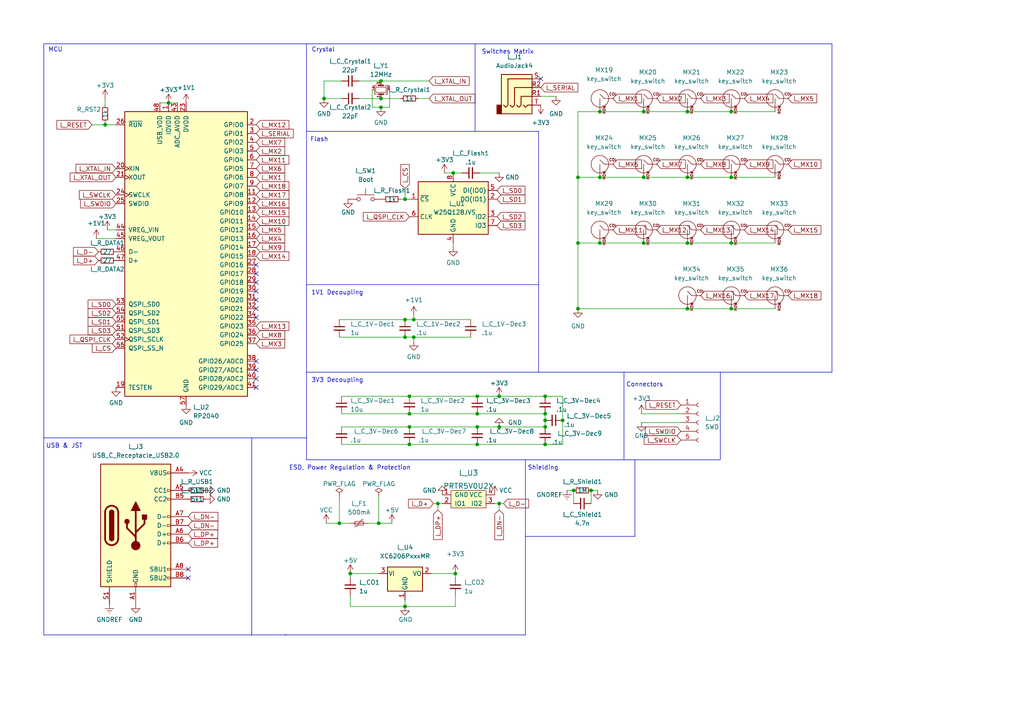
<source format=kicad_sch>
(kicad_sch (version 20230121) (generator eeschema)
  (paper "A4")
  (lib_symbols
    (symbol "+3V3_1" (power) (pin_names (offset 0))
      (property "Value" "+3V3_1" (at 0 3.556 0))
      (symbol "+3V3_1_1_1"
        (pin power_in line (at 0 0 90) (length 0) hide (name "+3V3") (number "1"))
      )
    )
    (symbol "Connector:AudioJack4"
      (property "Reference" "J" (at 0 8.89 0))
      (property "Value" "AudioJack4" (at 0 6.35 0))
      (symbol "AudioJack4_1_1"
        (pin passive line (at 5.08 -2.54 180) (length 2.54) (name "~") (number "R1"))
        (pin passive line (at 5.08 0 180) (length 2.54) (name "~") (number "R2"))
        (pin passive line (at 5.08 2.54 180) (length 2.54) (name "~") (number "S"))
        (pin passive line (at 5.08 -5.08 180) (length 2.54) (name "~") (number "T"))
      )
    )
    (symbol "Connector:Conn_01x05_Female" (pin_names (offset 1.016) hide)
      (property "Reference" "J" (at 0 7.62 0))
      (property "Value" "Conn_01x05_Female" (at 0 -7.62 0))
      (symbol "Conn_01x05_Female_1_1"
        (pin passive line (at -5.08 5.08 0) (length 3.81) (name "Pin_1") (number "1"))
        (pin passive line (at -5.08 2.54 0) (length 3.81) (name "Pin_2") (number "2"))
        (pin passive line (at -5.08 0 0) (length 3.81) (name "Pin_3") (number "3"))
        (pin passive line (at -5.08 -2.54 0) (length 3.81) (name "Pin_4") (number "4"))
        (pin passive line (at -5.08 -5.08 0) (length 3.81) (name "Pin_5") (number "5"))
      )
    )
    (symbol "Connector:USB_C_Receptacle_USB2.0" (pin_names (offset 1.016))
      (property "Reference" "L_J3" (at 0 22.86 0))
      (property "Value" "USB_C_Receptacle_USB2.0" (at 0 20.32 0))
      (symbol "USB_C_Receptacle_USB2.0_1_1"
        (pin passive line (at 0 -22.86 90) (length 5.08) (name "GND") (number "A1"))
        (pin passive line (at 15.24 15.24 180) (length 5.08) (name "VBUS") (number "A4"))
        (pin bidirectional line (at 15.24 10.16 180) (length 5.08) (name "CC1") (number "A5"))
        (pin bidirectional line (at 15.24 -2.54 180) (length 5.08) (name "D+") (number "A6"))
        (pin bidirectional line (at 15.24 2.54 180) (length 5.08) (name "D-") (number "A7"))
        (pin bidirectional line (at 15.24 -12.7 180) (length 5.08) (name "SBU1") (number "A8"))
        (pin passive line (at 0 -22.86 90) (length 5.08) hide (name "GND") (number "B1"))
        (pin passive line (at 15.24 15.24 180) (length 5.08) hide (name "VBUS") (number "B4"))
        (pin bidirectional line (at 15.24 7.62 180) (length 5.08) (name "CC2") (number "B5"))
        (pin bidirectional line (at 15.24 -5.08 180) (length 5.08) (name "D+") (number "B6"))
        (pin bidirectional line (at 15.24 0 180) (length 5.08) (name "D-") (number "B7"))
        (pin bidirectional line (at 15.24 -15.24 180) (length 5.08) (name "SBU2") (number "B8"))
        (pin passive line (at -7.62 -22.86 90) (length 5.08) (name "SHIELD") (number "S1"))
      )
    )
    (symbol "Device:C_Small" (pin_numbers hide) (pin_names (offset 0.254) hide)
      (property "Reference" "C" (at 0.254 1.778 0))
      (property "Value" "C_Small" (at 0.254 -2.032 0))
      (symbol "C_Small_1_1"
        (pin passive line (at 0 2.54 270) (length 2.032) (name "~") (number "1"))
        (pin passive line (at 0 -2.54 90) (length 2.032) (name "~") (number "2"))
      )
    )
    (symbol "Device:Crystal_GND24_Small" (pin_names (offset 1.016) hide)
      (property "Reference" "Y" (at 1.27 4.445 0))
      (property "Value" "Crystal_GND24_Small" (at 1.27 2.54 0))
      (symbol "Crystal_GND24_Small_1_1"
        (pin passive line (at -2.54 0 0) (length 1.27) (name "1") (number "1"))
        (pin passive line (at 0 -2.54 90) (length 0.635) (name "2") (number "2"))
        (pin passive line (at 2.54 0 180) (length 1.27) (name "3") (number "3"))
        (pin passive line (at 0 2.54 270) (length 0.635) (name "4") (number "4"))
      )
    )
    (symbol "Device:Polyfuse_Small" (pin_numbers hide) (pin_names (offset 0))
      (property "Reference" "F" (at -1.905 0 90))
      (property "Value" "Polyfuse_Small" (at 1.905 0 90))
      (symbol "Polyfuse_Small_1_1"
        (pin passive line (at 0 2.54 270) (length 0.635) (name "~") (number "1"))
        (pin passive line (at 0 -2.54 90) (length 0.635) (name "~") (number "2"))
      )
    )
    (symbol "Device:R_Small" (pin_numbers hide) (pin_names (offset 0.254) hide)
      (property "Reference" "R" (at 0.762 0.508 0))
      (property "Value" "R_Small" (at 0.762 -1.016 0))
      (symbol "R_Small_1_1"
        (pin passive line (at 0 2.54 270) (length 0.762) (name "~") (number "1"))
        (pin passive line (at 0 -2.54 90) (length 0.762) (name "~") (number "2"))
      )
    )
    (symbol "Memory_Flash:W25Q128JVS"
      (property "Reference" "U" (at -8.89 8.89 0))
      (property "Value" "W25Q128JVS" (at 7.62 8.89 0))
      (symbol "W25Q128JVS_1_1"
        (pin input line (at -12.7 2.54 0) (length 2.54) (name "~{CS}") (number "1"))
        (pin bidirectional line (at 12.7 2.54 180) (length 2.54) (name "DO(IO1)") (number "2"))
        (pin bidirectional line (at 12.7 -2.54 180) (length 2.54) (name "IO2") (number "3"))
        (pin power_in line (at 0 -10.16 90) (length 2.54) (name "GND") (number "4"))
        (pin bidirectional line (at 12.7 5.08 180) (length 2.54) (name "DI(IO0)") (number "5"))
        (pin input line (at -12.7 -2.54 0) (length 2.54) (name "CLK") (number "6"))
        (pin bidirectional line (at 12.7 -5.08 180) (length 2.54) (name "IO3") (number "7"))
        (pin power_in line (at 0 10.16 270) (length 2.54) (name "VCC") (number "8"))
      )
    )
    (symbol "Regulator_Linear:XC6206PxxxMR" (pin_names (offset 0.254))
      (property "Reference" "U" (at -3.81 3.175 0))
      (property "Value" "XC6206PxxxMR" (at 0 3.175 0))
      (symbol "XC6206PxxxMR_1_1"
        (pin power_in line (at 0 -7.62 90) (length 2.54) (name "GND") (number "1"))
        (pin power_out line (at 7.62 0 180) (length 2.54) (name "VO") (number "2"))
        (pin power_in line (at -7.62 0 0) (length 2.54) (name "VI") (number "3"))
      )
    )
    (symbol "Switch:SW_Push" (pin_numbers hide) (pin_names (offset 1.016) hide)
      (property "Reference" "SW" (at 1.27 2.54 0))
      (property "Value" "SW_Push" (at 0 -1.524 0))
      (symbol "SW_Push_0_1"
        (pin passive line (at -5.08 0 0) (length 2.54) (name "1") (number "1"))
        (pin passive line (at 5.08 0 180) (length 2.54) (name "2") (number "2"))
      )
    )
    (symbol "cipulot_parts:PRTR5V0U2X" (pin_names (offset 1.016))
      (property "Reference" "U" (at 0 3.81 0))
      (property "Value" "PRTR5V0U2X" (at 0 -3.81 0))
      (symbol "PRTR5V0U2X_1_1"
        (pin input line (at -7.62 1.27 0) (length 2.54) (name "GND") (number "1"))
        (pin input line (at -7.62 -1.27 0) (length 2.54) (name "IO1") (number "2"))
        (pin input line (at 7.62 -1.27 180) (length 2.54) (name "IO2") (number "3"))
        (pin input line (at 7.62 1.27 180) (length 2.54) (name "VCC") (number "4"))
      )
    )
    (symbol "lckprt:RP2040" (pin_names (offset 1.016))
      (property "Reference" "U?_L" (at -1.27 1.27 0))
      (property "Value" "RP2040" (at -3.81 -1.27 0))
      (symbol "RP2040_1_1"
        (pin power_in line (at -5.08 49.53 270) (length 2.54) (name "IOVDD") (number "1"))
        (pin power_in line (at -5.08 49.53 270) (length 2.54) hide (name "IOVDD") (number "10"))
        (pin input line (at 20.32 22.86 180) (length 2.54) (name "GPIO8") (number "11"))
        (pin input line (at 20.32 20.32 180) (length 2.54) (name "GPIO9") (number "12"))
        (pin input line (at 20.32 17.78 180) (length 2.54) (name "GPIO10") (number "13"))
        (pin input line (at 20.32 15.24 180) (length 2.54) (name "GPIO11") (number "14"))
        (pin input line (at 20.32 12.7 180) (length 2.54) (name "GPIO12") (number "15"))
        (pin input line (at 20.32 10.16 180) (length 2.54) (name "GPIO13") (number "16"))
        (pin input line (at 20.32 7.62 180) (length 2.54) (name "GPIO14") (number "17"))
        (pin input line (at 20.32 5.08 180) (length 2.54) (name "GPIO15") (number "18"))
        (pin input line (at -20.32 -33.02 0) (length 2.54) (name "TESTEN") (number "19"))
        (pin input line (at 20.32 43.18 180) (length 2.54) (name "GPIO0") (number "2"))
        (pin input clock (at -20.32 30.48 0) (length 2.54) (name "XIN") (number "20"))
        (pin input clock (at -20.32 27.94 0) (length 2.54) (name "XOUT") (number "21"))
        (pin power_in line (at -5.08 49.53 270) (length 2.54) hide (name "IOVDD") (number "22"))
        (pin power_in line (at 0 49.53 270) (length 2.54) (name "DVDD") (number "23"))
        (pin input clock (at -20.32 22.86 0) (length 2.54) (name "SWCLK") (number "24"))
        (pin bidirectional line (at -20.32 20.32 0) (length 2.54) (name "SWDIO") (number "25"))
        (pin input line (at -20.32 43.18 0) (length 2.54) (name "~{RUN}") (number "26"))
        (pin input line (at 20.32 2.54 180) (length 2.54) (name "GPIO16") (number "27"))
        (pin input line (at 20.32 0 180) (length 2.54) (name "GPIO17") (number "28"))
        (pin input line (at 20.32 -2.54 180) (length 2.54) (name "GPIO18") (number "29"))
        (pin input line (at 20.32 40.64 180) (length 2.54) (name "GPIO1") (number "3"))
        (pin input line (at 20.32 -5.08 180) (length 2.54) (name "GPIO19") (number "30"))
        (pin input line (at 20.32 -7.62 180) (length 2.54) (name "GPIO20") (number "31"))
        (pin input line (at 20.32 -10.16 180) (length 2.54) (name "GPIO21") (number "32"))
        (pin power_in line (at -5.08 49.53 270) (length 2.54) hide (name "IOVDD") (number "33"))
        (pin input line (at 20.32 -12.7 180) (length 2.54) (name "GPIO22") (number "34"))
        (pin input line (at 20.32 -15.24 180) (length 2.54) (name "GPIO23") (number "35"))
        (pin input line (at 20.32 -17.78 180) (length 2.54) (name "GPIO24") (number "36"))
        (pin input line (at 20.32 -20.32 180) (length 2.54) (name "GPIO25") (number "37"))
        (pin input line (at 20.32 -25.4 180) (length 2.54) (name "GPIO26/ADC0") (number "38"))
        (pin input line (at 20.32 -27.94 180) (length 2.54) (name "GPIO27/ADC1") (number "39"))
        (pin input line (at 20.32 38.1 180) (length 2.54) (name "GPIO2") (number "4"))
        (pin input line (at 20.32 -30.48 180) (length 2.54) (name "GPIO28/ADC2") (number "40"))
        (pin input line (at 20.32 -33.02 180) (length 2.54) (name "GPIO29/ADC3") (number "41"))
        (pin power_in line (at -5.08 49.53 270) (length 2.54) hide (name "IOVDD") (number "42"))
        (pin power_in line (at -2.54 49.53 270) (length 2.54) (name "ADC_AVDD") (number "43"))
        (pin power_in line (at -20.32 12.7 0) (length 2.54) (name "VREG_VIN") (number "44"))
        (pin power_out line (at -20.32 10.16 0) (length 2.54) (name "VREG_VOUT") (number "45"))
        (pin bidirectional line (at -20.32 6.35 0) (length 2.54) (name "D-") (number "46"))
        (pin bidirectional line (at -20.32 3.81 0) (length 2.54) (name "D+") (number "47"))
        (pin power_in line (at -7.62 49.53 270) (length 2.54) (name "USB_VDD") (number "48"))
        (pin power_in line (at -5.08 49.53 270) (length 2.54) hide (name "IOVDD") (number "49"))
        (pin input line (at 20.32 35.56 180) (length 2.54) (name "GPIO3") (number "5"))
        (pin power_in line (at 0 49.53 270) (length 2.54) hide (name "DVDD") (number "50"))
        (pin bidirectional line (at -20.32 -16.51 0) (length 2.54) (name "QSPI_SD3") (number "51"))
        (pin input clock (at -20.32 -19.05 0) (length 2.54) (name "QSPI_SCLK") (number "52"))
        (pin bidirectional line (at -20.32 -8.89 0) (length 2.54) (name "QSPI_SD0") (number "53"))
        (pin bidirectional line (at -20.32 -11.43 0) (length 2.54) (name "QSPI_SD2") (number "54"))
        (pin bidirectional line (at -20.32 -13.97 0) (length 2.54) (name "QSPI_SD1") (number "55"))
        (pin bidirectional line (at -20.32 -21.59 0) (length 2.54) (name "QSPI_SS_N") (number "56"))
        (pin power_in line (at 0 -38.1 90) (length 2.54) (name "GND") (number "57"))
        (pin input line (at 20.32 33.02 180) (length 2.54) (name "GPIO4") (number "6"))
        (pin input line (at 20.32 30.48 180) (length 2.54) (name "GPIO5") (number "7"))
        (pin input line (at 20.32 27.94 180) (length 2.54) (name "GPIO6") (number "8"))
        (pin input line (at 20.32 25.4 180) (length 2.54) (name "GPIO7") (number "9"))
      )
    )
    (symbol "lckprt:key_switch"
      (property "Reference" "MX" (at 0 3.81 0))
      (property "Value" "key_switch" (at -5.08 -2.54 0))
      (symbol "key_switch_0_0"
        (text "COL" (at 3.81 1.27 0) (effects (font (size 0.762 0.762))))
        (text "ROW" (at 1.27 -1.905 900) (effects (font (size 0.762 0.762)) (justify right)))
      )
      (symbol "key_switch_1_1"
        (pin passive line (at 3.81 0 180) (length 2.54) (name "Passive") (number "1"))
        (pin passive line (at 0 -3.81 90) (length 2.54) (name "ROW") (number "2"))
      )
    )
    (symbol "power:+1V1" (power) (pin_names (offset 0))
      (property "Value" "+1V1" (at 0 3.556 0))
      (symbol "+1V1_1_1"
        (pin power_in line (at 0 0 90) (length 0) hide (name "+1V1") (number "1"))
      )
    )
    (symbol "power:+3V3" (power) (pin_names (offset 0))
      (property "Value" "+3V3" (at 0 3.556 0))
      (symbol "+3V3_1_1"
        (pin power_in line (at 0 0 90) (length 0) hide (name "+3V3") (number "1"))
      )
    )
    (symbol "power:+5V" (power) (pin_names (offset 0))
      (property "Value" "+5V" (at 0 3.556 0))
      (symbol "+5V_1_1"
        (pin power_in line (at 0 0 90) (length 0) hide (name "+5V") (number "1"))
      )
    )
    (symbol "power:GND" (power) (pin_names (offset 0))
      (property "Value" "GND" (at 0 -3.81 0))
      (symbol "GND_1_1"
        (pin power_in line (at 0 0 270) (length 0) hide (name "GND") (number "1"))
      )
    )
    (symbol "power:GNDREF" (power) (pin_names (offset 0))
      (property "Value" "GNDREF" (at 0 -3.81 0))
      (symbol "GNDREF_1_1"
        (pin power_in line (at 0 0 270) (length 0) hide (name "GNDREF") (number "1"))
      )
    )
    (symbol "power:PWR_FLAG" (power) (pin_numbers hide) (pin_names (offset 0) hide)
      (property "Value" "PWR_FLAG" (at 0 3.81 0))
      (symbol "PWR_FLAG_0_0"
        (pin power_out line (at 0 0 90) (length 0) (name "pwr") (number "1"))
      )
    )
    (symbol "power:VCC" (power) (pin_names (offset 0))
      (property "Value" "VCC" (at 0 3.81 0))
      (symbol "VCC_1_1"
        (pin power_in line (at 0 0 90) (length 0) hide (name "VCC") (number "1"))
      )
    )
  )
  (junction (at 212.09 51.435))
  (junction (at 118.745 128.905))
  (junction (at 131.445 50.165))
  (junction (at 186.69 51.435))
  (junction (at 101.6 166.37))
  (junction (at 186.69 70.485))
  (junction (at 109.855 151.765))
  (junction (at 158.115 123.825))
  (junction (at 110.49 28.575))
  (junction (at 118.745 120.015))
  (junction (at 163.195 121.92))
  (junction (at 173.99 70.485))
  (junction (at 212.09 89.535))
  (junction (at 138.43 123.825))
  (junction (at 132.08 166.37))
  (junction (at 120.015 92.71))
  (junction (at 167.64 51.435))
  (junction (at 138.43 114.935))
  (junction (at 30.48 36.195))
  (junction (at 144.78 123.825))
  (junction (at 118.745 123.825))
  (junction (at 171.45 142.24))
  (junction (at 199.39 51.435))
  (junction (at 199.39 32.385))
  (junction (at 166.37 142.24))
  (junction (at 117.475 175.895))
  (junction (at 167.64 70.485))
  (junction (at 158.115 114.935))
  (junction (at 212.09 32.385))
  (junction (at 110.49 23.495))
  (junction (at 173.99 32.385))
  (junction (at 117.475 57.785))
  (junction (at 199.39 89.535))
  (junction (at 110.49 31.115))
  (junction (at 98.425 151.765))
  (junction (at 186.69 32.385))
  (junction (at 127 146.05))
  (junction (at 173.99 51.435))
  (junction (at 212.09 70.485))
  (junction (at 118.745 114.935))
  (junction (at 158.115 121.92))
  (junction (at 144.78 114.935))
  (junction (at 120.015 97.79))
  (junction (at 93.98 28.575))
  (junction (at 167.64 89.535))
  (junction (at 158.115 120.015))
  (junction (at 117.475 92.71))
  (junction (at 199.39 70.485))
  (junction (at 144.78 146.05))
  (junction (at 48.895 29.845))
  (junction (at 158.115 128.905))
  (junction (at 138.43 128.905))
  (junction (at 138.43 120.015))
  (junction (at 117.475 97.79))
  (no_connect (at 74.295 86.995))
  (no_connect (at 156.845 22.86))
  (no_connect (at 74.295 109.855))
  (no_connect (at 74.295 92.075))
  (no_connect (at 54.61 165.1))
  (no_connect (at 74.295 104.775))
  (no_connect (at 74.295 81.915))
  (no_connect (at 74.295 84.455))
  (no_connect (at 74.295 112.395))
  (no_connect (at 74.295 76.835))
  (no_connect (at 74.295 79.375))
  (no_connect (at 54.61 167.64))
  (no_connect (at 74.295 89.535))
  (no_connect (at 74.295 107.315))
  (wire (pts (xy 173.99 51.435) (xy 167.64 51.435)))
  (wire (pts (xy 121.285 28.575) (xy 124.46 28.575)))
  (wire (pts (xy 199.39 70.485) (xy 212.09 70.485)))
  (wire (pts (xy 101.6 166.37) (xy 101.6 167.64)))
  (wire (pts (xy 110.49 28.575) (xy 116.205 28.575)))
  (wire (pts (xy 31.115 66.675) (xy 33.655 66.675)))
  (wire (pts (xy 109.855 144.145) (xy 109.855 151.765)))
  (polyline (pts (xy 88.9 133.35) (xy 88.9 127)))
  (wire (pts (xy 99.06 114.935) (xy 118.745 114.935)))
  (wire (pts (xy 131.445 70.485) (xy 131.445 71.755)))
  (polyline (pts (xy 208.915 107.95) (xy 241.3 107.95)))
  (wire (pts (xy 167.64 89.535) (xy 199.39 89.535)))
  (wire (pts (xy 167.64 89.535) (xy 167.64 70.485)))
  (polyline (pts (xy 12.7 127) (xy 12.7 183.515)))
  (wire (pts (xy 173.99 32.385) (xy 167.64 32.385)))
  (wire (pts (xy 30.48 35.56) (xy 30.48 36.195)))
  (wire (pts (xy 93.98 23.495) (xy 99.06 23.495)))
  (wire (pts (xy 139.065 50.165) (xy 144.78 50.165)))
  (polyline (pts (xy 152.4 133.35) (xy 152.4 184.15)))
  (wire (pts (xy 117.475 54.61) (xy 117.475 57.785)))
  (polyline (pts (xy 180.975 133.35) (xy 88.9 133.35)))
  (wire (pts (xy 186.69 70.485) (xy 199.39 70.485)))
  (wire (pts (xy 163.195 114.935) (xy 163.195 121.92)))
  (polyline (pts (xy 88.9 12.7) (xy 88.9 127)))
  (wire (pts (xy 118.745 114.935) (xy 138.43 114.935)))
  (polyline (pts (xy 208.915 133.35) (xy 208.915 107.95)))
  (polyline (pts (xy 180.975 107.95) (xy 208.915 107.95)))
  (wire (pts (xy 101.6 175.895) (xy 117.475 175.895)))
  (wire (pts (xy 186.69 51.435) (xy 173.99 51.435)))
  (wire (pts (xy 98.425 97.79) (xy 117.475 97.79)))
  (wire (pts (xy 212.09 70.485) (xy 224.79 70.485)))
  (wire (pts (xy 199.39 32.385) (xy 186.69 32.385)))
  (wire (pts (xy 167.64 70.485) (xy 173.99 70.485)))
  (wire (pts (xy 117.475 97.79) (xy 120.015 97.79)))
  (wire (pts (xy 144.78 114.935) (xy 158.115 114.935)))
  (wire (pts (xy 117.475 173.99) (xy 117.475 175.895)))
  (wire (pts (xy 27.94 69.215) (xy 33.655 69.215)))
  (wire (pts (xy 118.745 128.905) (xy 138.43 128.905)))
  (wire (pts (xy 224.79 32.385) (xy 212.09 32.385)))
  (wire (pts (xy 101.6 172.72) (xy 101.6 175.895)))
  (wire (pts (xy 26.67 36.195) (xy 30.48 36.195)))
  (wire (pts (xy 132.08 175.895) (xy 132.08 172.72)))
  (wire (pts (xy 132.08 166.37) (xy 132.08 167.64)))
  (wire (pts (xy 118.745 120.015) (xy 138.43 120.015)))
  (wire (pts (xy 120.015 92.71) (xy 136.525 92.71)))
  (wire (pts (xy 118.745 123.825) (xy 99.06 123.825)))
  (wire (pts (xy 104.14 23.495) (xy 110.49 23.495)))
  (wire (pts (xy 117.475 92.71) (xy 120.015 92.71)))
  (wire (pts (xy 104.14 28.575) (xy 110.49 28.575)))
  (wire (pts (xy 46.355 29.845) (xy 48.895 29.845)))
  (polyline (pts (xy 137.795 38.1) (xy 156.21 38.1)))
  (wire (pts (xy 143.51 146.05) (xy 144.78 146.05)))
  (wire (pts (xy 117.475 175.895) (xy 132.08 175.895)))
  (wire (pts (xy 131.445 50.165) (xy 133.985 50.165)))
  (wire (pts (xy 120.015 97.79) (xy 136.525 97.79)))
  (wire (pts (xy 99.06 120.015) (xy 118.745 120.015)))
  (wire (pts (xy 106.68 151.765) (xy 109.855 151.765)))
  (wire (pts (xy 110.49 23.495) (xy 124.46 23.495)))
  (wire (pts (xy 158.115 128.905) (xy 163.195 128.905)))
  (wire (pts (xy 144.78 123.825) (xy 138.43 123.825)))
  (wire (pts (xy 113.03 26.035) (xy 113.03 31.115)))
  (wire (pts (xy 199.39 51.435) (xy 186.69 51.435)))
  (wire (pts (xy 117.475 57.785) (xy 116.205 57.785)))
  (wire (pts (xy 107.95 26.035) (xy 107.95 31.115)))
  (polyline (pts (xy 73.025 127) (xy 73.025 184.15)))
  (wire (pts (xy 138.43 120.015) (xy 158.115 120.015)))
  (wire (pts (xy 212.09 32.385) (xy 199.39 32.385)))
  (wire (pts (xy 158.115 123.825) (xy 144.78 123.825)))
  (wire (pts (xy 30.48 28.575) (xy 30.48 30.48)))
  (wire (pts (xy 98.425 151.765) (xy 101.6 151.765)))
  (wire (pts (xy 212.09 89.535) (xy 199.39 89.535)))
  (wire (pts (xy 186.69 32.385) (xy 173.99 32.385)))
  (wire (pts (xy 30.48 36.195) (xy 33.655 36.195)))
  (wire (pts (xy 186.055 120.015) (xy 197.485 120.015)))
  (wire (pts (xy 113.03 31.115) (xy 110.49 31.115)))
  (wire (pts (xy 120.015 91.44) (xy 120.015 92.71)))
  (wire (pts (xy 128.905 50.165) (xy 131.445 50.165)))
  (polyline (pts (xy 180.975 133.35) (xy 208.915 133.35)))
  (polyline (pts (xy 88.9 12.7) (xy 137.795 12.7)))
  (polyline (pts (xy 152.4 184.15) (xy 82.55 184.15)))
  (wire (pts (xy 171.45 142.24) (xy 173.355 142.24)))
  (polyline (pts (xy 12.7 12.7) (xy 12.7 127)))
  (wire (pts (xy 98.425 144.145) (xy 98.425 151.765)))
  (polyline (pts (xy 137.795 12.7) (xy 137.795 38.1)))
  (wire (pts (xy 158.115 120.015) (xy 158.115 121.92)))
  (polyline (pts (xy 12.7 12.7) (xy 88.9 12.7)))
  (wire (pts (xy 186.055 122.555) (xy 197.485 122.555)))
  (wire (pts (xy 127 146.05) (xy 127 147.955)))
  (wire (pts (xy 109.855 151.765) (xy 113.665 151.765)))
  (wire (pts (xy 158.115 121.92) (xy 158.115 123.825)))
  (wire (pts (xy 212.09 51.435) (xy 199.39 51.435)))
  (wire (pts (xy 144.78 146.05) (xy 144.78 147.955)))
  (wire (pts (xy 120.015 97.79) (xy 120.015 99.06)))
  (wire (pts (xy 118.745 128.905) (xy 99.06 128.905)))
  (polyline (pts (xy 184.15 155.575) (xy 152.4 155.575)))
  (wire (pts (xy 163.195 121.92) (xy 163.195 128.905)))
  (wire (pts (xy 224.79 89.535) (xy 212.09 89.535)))
  (wire (pts (xy 144.78 146.05) (xy 146.05 146.05)))
  (wire (pts (xy 171.45 142.24) (xy 171.45 146.05)))
  (wire (pts (xy 93.98 28.575) (xy 93.98 23.495)))
  (wire (pts (xy 127 146.05) (xy 128.27 146.05)))
  (wire (pts (xy 94.615 151.765) (xy 98.425 151.765)))
  (polyline (pts (xy 180.975 107.95) (xy 180.975 133.35)))
  (wire (pts (xy 138.43 128.905) (xy 158.115 128.905)))
  (wire (pts (xy 125.73 146.05) (xy 127 146.05)))
  (wire (pts (xy 98.425 92.71) (xy 117.475 92.71)))
  (polyline (pts (xy 180.975 133.35) (xy 184.15 133.35)))
  (polyline (pts (xy 12.7 184.15) (xy 12.7 183.515)))
  (polyline (pts (xy 241.3 12.7) (xy 137.795 12.7)))
  (wire (pts (xy 224.79 51.435) (xy 212.09 51.435)))
  (polyline (pts (xy 156.21 38.1) (xy 156.21 82.55)))
  (polyline (pts (xy 156.21 82.55) (xy 88.9 82.55)))
  (wire (pts (xy 125.095 166.37) (xy 132.08 166.37)))
  (wire (pts (xy 167.64 51.435) (xy 167.64 70.485)))
  (polyline (pts (xy 83.185 184.15) (xy 12.7 184.15)))
  (wire (pts (xy 166.37 142.24) (xy 166.37 146.05)))
  (polyline (pts (xy 184.15 133.35) (xy 184.15 155.575)))
  (wire (pts (xy 48.895 29.845) (xy 51.435 29.845)))
  (polyline (pts (xy 241.3 107.95) (xy 241.3 12.7)))
  (wire (pts (xy 101.6 166.37) (xy 109.855 166.37)))
  (wire (pts (xy 156.845 27.94) (xy 161.29 27.94)))
  (wire (pts (xy 118.745 123.825) (xy 138.43 123.825)))
  (wire (pts (xy 158.115 114.935) (xy 163.195 114.935)))
  (polyline (pts (xy 137.795 38.1) (xy 88.9 38.1)))
  (wire (pts (xy 117.475 57.785) (xy 118.745 57.785)))
  (polyline (pts (xy 156.21 82.55) (xy 156.21 107.95)))
  (polyline (pts (xy 88.9 127) (xy 12.7 127)))
  (wire (pts (xy 107.95 31.115) (xy 110.49 31.115)))
  (wire (pts (xy 138.43 114.935) (xy 144.78 114.935)))
  (wire (pts (xy 93.98 28.575) (xy 99.06 28.575)))
  (wire (pts (xy 167.64 32.385) (xy 167.64 51.435)))
  (polyline (pts (xy 88.9 107.95) (xy 180.975 107.95)))
  (wire (pts (xy 164.465 142.24) (xy 166.37 142.24)))
  (wire (pts (xy 173.99 70.485) (xy 186.69 70.485)))
  (text "Connectors\n" (at 181.61 112.395 0) (effects (font (size 1.27 1.27)) (justify left bottom)))
  (text "USB & JST\n" (at 13.335 130.175 0) (effects (font (size 1.27 1.27)) (justify left bottom)))
  (text "Crystal\n" (at 97.155 15.24 0) (effects (font (size 1.27 1.27)) (justify right bottom)))
  (text "MCU\n" (at 13.97 15.24 0) (effects (font (size 1.27 1.27)) (justify left bottom)))
  (text "1V1 Decoupling" (at 105.41 85.725 0) (effects (font (size 1.27 1.27)) (justify right bottom)))
  (text "Flash\n" (at 95.25 41.275 0) (effects (font (size 1.27 1.27)) (justify right bottom)))
  (text "ESD, Power Regulation & Protection" (at 83.82 136.525 0) (effects (font (size 1.27 1.27)) (justify left bottom)))
  (text "Shielding\n" (at 153.035 136.525 0) (effects (font (size 1.27 1.27)) (justify left bottom)))
  (text "Switches Matrix\n" (at 139.7 15.875 0) (effects (font (size 1.27 1.27)) (justify left bottom)))
  (text "3V3 Decoupling" (at 105.41 111.125 0) (effects (font (size 1.27 1.27)) (justify right bottom)))
  (global_label "L_XTAL_IN" (shape input) (at 33.655 48.895 180) (property "Intersheetrefs" "${INTERSHEET_REFS}" (effects hide)))
  (global_label "L_DN-" (shape input) (at 144.78 147.955 270) (property "Intersheetrefs" "${INTERSHEET_REFS}" (effects hide)))
  (global_label "L_SD0" (shape input) (at 33.655 88.265 180) (property "Intersheetrefs" "${INTERSHEET_REFS}" (effects hide)))
  (global_label "L_SWDIO" (shape input) (at 197.485 125.095 180) (property "Intersheetrefs" "${INTERSHEET_REFS}" (effects hide)))
  (global_label "L_MX9" (shape input) (at 74.295 71.755 0) (property "Intersheetrefs" "${INTERSHEET_REFS}" (effects hide)))
  (global_label "L_MX16" (shape input) (at 74.295 59.055 0) (property "Intersheetrefs" "${INTERSHEET_REFS}" (effects hide)))
  (global_label "L_MX9" (shape input) (at 215.9 47.625 0) (property "Intersheetrefs" "${INTERSHEET_REFS}" (effects hide)))
  (global_label "L_MX4" (shape input) (at 215.9 28.575 0) (property "Intersheetrefs" "${INTERSHEET_REFS}" (effects hide)))
  (global_label "L_SD1" (shape input) (at 144.145 57.785 0) (property "Intersheetrefs" "${INTERSHEET_REFS}" (effects hide)))
  (global_label "L_D-" (shape input) (at 146.05 146.05 0) (property "Intersheetrefs" "${INTERSHEET_REFS}" (effects hide)))
  (global_label "L_SD3" (shape input) (at 144.145 65.405 0) (property "Intersheetrefs" "${INTERSHEET_REFS}" (effects hide)))
  (global_label "L_MX6" (shape input) (at 177.8 47.625 0) (property "Intersheetrefs" "${INTERSHEET_REFS}" (effects hide)))
  (global_label "L_MX3" (shape input) (at 203.2 28.575 0) (property "Intersheetrefs" "${INTERSHEET_REFS}" (effects hide)))
  (global_label "L_MX17" (shape input) (at 74.295 56.515 0) (property "Intersheetrefs" "${INTERSHEET_REFS}" (effects hide)))
  (global_label "L_MX14" (shape input) (at 74.295 74.295 0) (property "Intersheetrefs" "${INTERSHEET_REFS}" (effects hide)))
  (global_label "L_RESET" (shape input) (at 197.485 117.475 180) (property "Intersheetrefs" "${INTERSHEET_REFS}" (effects hide)))
  (global_label "L_MX3" (shape input) (at 74.295 99.695 0) (property "Intersheetrefs" "${INTERSHEET_REFS}" (effects hide)))
  (global_label "L_MX18" (shape input) (at 74.295 53.975 0) (property "Intersheetrefs" "${INTERSHEET_REFS}" (effects hide)))
  (global_label "L_MX7" (shape input) (at 190.5 47.625 0) (property "Intersheetrefs" "${INTERSHEET_REFS}" (effects hide)))
  (global_label "L_MX11" (shape input) (at 177.8 66.675 0) (property "Intersheetrefs" "${INTERSHEET_REFS}" (effects hide)))
  (global_label "L_QSPI_CLK" (shape input) (at 118.745 62.865 180) (property "Intersheetrefs" "${INTERSHEET_REFS}" (effects hide)))
  (global_label "L_SD1" (shape input) (at 33.655 93.345 180) (property "Intersheetrefs" "${INTERSHEET_REFS}" (effects hide)))
  (global_label "L_RESET" (shape input) (at 26.67 36.195 180) (property "Intersheetrefs" "${INTERSHEET_REFS}" (effects hide)))
  (global_label "L_MX7" (shape input) (at 74.295 41.275 0) (property "Intersheetrefs" "${INTERSHEET_REFS}" (effects hide)))
  (global_label "L_XTAL_OUT" (shape input) (at 33.655 51.435 180) (property "Intersheetrefs" "${INTERSHEET_REFS}" (effects hide)))
  (global_label "L_MX17" (shape input) (at 215.9 85.725 0) (property "Intersheetrefs" "${INTERSHEET_REFS}" (effects hide)))
  (global_label "L_MX16" (shape input) (at 203.2 85.725 0) (property "Intersheetrefs" "${INTERSHEET_REFS}" (effects hide)))
  (global_label "L_MX15" (shape input) (at 74.295 61.595 0) (property "Intersheetrefs" "${INTERSHEET_REFS}" (effects hide)))
  (global_label "L_SD0" (shape input) (at 144.145 55.245 0) (property "Intersheetrefs" "${INTERSHEET_REFS}" (effects hide)))
  (global_label "L_MX14" (shape input) (at 215.9 66.675 0) (property "Intersheetrefs" "${INTERSHEET_REFS}" (effects hide)))
  (global_label "L_MX1" (shape input) (at 74.295 51.435 0) (property "Intersheetrefs" "${INTERSHEET_REFS}" (effects hide)))
  (global_label "L_MX15" (shape input) (at 228.6 66.675 0) (property "Intersheetrefs" "${INTERSHEET_REFS}" (effects hide)))
  (global_label "L_SD2" (shape input) (at 144.145 62.865 0) (property "Intersheetrefs" "${INTERSHEET_REFS}" (effects hide)))
  (global_label "L_SWCLK" (shape input) (at 197.485 127.635 180) (property "Intersheetrefs" "${INTERSHEET_REFS}" (effects hide)))
  (global_label "L_SWDIO" (shape input) (at 33.655 59.055 180) (property "Intersheetrefs" "${INTERSHEET_REFS}" (effects hide)))
  (global_label "L_MX18" (shape input) (at 228.6 85.725 0) (property "Intersheetrefs" "${INTERSHEET_REFS}" (effects hide)))
  (global_label "L_XTAL_OUT" (shape input) (at 124.46 28.575 0) (property "Intersheetrefs" "${INTERSHEET_REFS}" (effects hide)))
  (global_label "L_DN-" (shape input) (at 54.61 149.86 0) (property "Intersheetrefs" "${INTERSHEET_REFS}" (effects hide)))
  (global_label "L_MX8" (shape input) (at 74.295 97.155 0) (property "Intersheetrefs" "${INTERSHEET_REFS}" (effects hide)))
  (global_label "L_CS" (shape input) (at 117.475 54.61 90) (property "Intersheetrefs" "${INTERSHEET_REFS}" (effects hide)))
  (global_label "L_MX8" (shape input) (at 203.2 47.625 0) (property "Intersheetrefs" "${INTERSHEET_REFS}" (effects hide)))
  (global_label "L_CS" (shape input) (at 33.655 100.965 180) (property "Intersheetrefs" "${INTERSHEET_REFS}" (effects hide)))
  (global_label "L_SWCLK" (shape input) (at 33.655 56.515 180) (property "Intersheetrefs" "${INTERSHEET_REFS}" (effects hide)))
  (global_label "L_MX13" (shape input) (at 74.295 94.615 0) (property "Intersheetrefs" "${INTERSHEET_REFS}" (effects hide)))
  (global_label "L_MX2" (shape input) (at 190.5 28.575 0) (property "Intersheetrefs" "${INTERSHEET_REFS}" (effects hide)))
  (global_label "L_MX10" (shape input) (at 74.295 64.135 0) (property "Intersheetrefs" "${INTERSHEET_REFS}" (effects hide)))
  (global_label "L_SERIAL" (shape input) (at 74.295 38.735 0) (property "Intersheetrefs" "${INTERSHEET_REFS}" (effects hide)))
  (global_label "L_D-" (shape input) (at 28.575 73.025 180) (property "Intersheetrefs" "${INTERSHEET_REFS}" (effects hide)))
  (global_label "L_MX12" (shape input) (at 190.5 66.675 0) (property "Intersheetrefs" "${INTERSHEET_REFS}" (effects hide)))
  (global_label "L_MX6" (shape input) (at 74.295 48.895 0) (property "Intersheetrefs" "${INTERSHEET_REFS}" (effects hide)))
  (global_label "L_SD3" (shape input) (at 33.655 95.885 180) (property "Intersheetrefs" "${INTERSHEET_REFS}" (effects hide)))
  (global_label "L_MX5" (shape input) (at 228.6 28.575 0) (property "Intersheetrefs" "${INTERSHEET_REFS}" (effects hide)))
  (global_label "L_MX12" (shape input) (at 74.295 36.195 0) (property "Intersheetrefs" "${INTERSHEET_REFS}" (effects hide)))
  (global_label "L_D+" (shape input) (at 125.73 146.05 180) (property "Intersheetrefs" "${INTERSHEET_REFS}" (effects hide)))
  (global_label "L_DN-" (shape input) (at 54.61 152.4 0) (property "Intersheetrefs" "${INTERSHEET_REFS}" (effects hide)))
  (global_label "L_DP+" (shape input) (at 127 147.955 270) (property "Intersheetrefs" "${INTERSHEET_REFS}" (effects hide)))
  (global_label "L_MX2" (shape input) (at 74.295 43.815 0) (property "Intersheetrefs" "${INTERSHEET_REFS}" (effects hide)))
  (global_label "L_MX1" (shape input) (at 177.8 28.575 0) (property "Intersheetrefs" "${INTERSHEET_REFS}" (effects hide)))
  (global_label "L_MX4" (shape input) (at 74.295 69.215 0) (property "Intersheetrefs" "${INTERSHEET_REFS}" (effects hide)))
  (global_label "L_DP+" (shape input) (at 54.61 157.48 0) (property "Intersheetrefs" "${INTERSHEET_REFS}" (effects hide)))
  (global_label "L_DP+" (shape input) (at 54.61 154.94 0) (property "Intersheetrefs" "${INTERSHEET_REFS}" (effects hide)))
  (global_label "L_D+" (shape input) (at 28.575 75.565 180) (property "Intersheetrefs" "${INTERSHEET_REFS}" (effects hide)))
  (global_label "L_SD2" (shape input) (at 33.655 90.805 180) (property "Intersheetrefs" "${INTERSHEET_REFS}" (effects hide)))
  (global_label "L_MX10" (shape input) (at 228.6 47.625 0) (property "Intersheetrefs" "${INTERSHEET_REFS}" (effects hide)))
  (global_label "L_SERIAL" (shape input) (at 156.845 25.4 0) (property "Intersheetrefs" "${INTERSHEET_REFS}" (effects hide)))
  (global_label "L_MX13" (shape input) (at 203.2 66.675 0) (property "Intersheetrefs" "${INTERSHEET_REFS}" (effects hide)))
  (global_label "L_MX5" (shape input) (at 74.295 66.675 0) (property "Intersheetrefs" "${INTERSHEET_REFS}" (effects hide)))
  (global_label "L_MX11" (shape input) (at 74.295 46.355 0) (property "Intersheetrefs" "${INTERSHEET_REFS}" (effects hide)))
  (global_label "L_XTAL_IN" (shape input) (at 124.46 23.495 0) (property "Intersheetrefs" "${INTERSHEET_REFS}" (effects hide)))
  (global_label "L_QSPI_CLK" (shape input) (at 33.655 98.425 180) (property "Intersheetrefs" "${INTERSHEET_REFS}" (effects hide)))
  (symbol (lib_id "Device:C_Small") (at 158.115 126.365 180) (unit 1)
    (property "Reference" "L_C_3V-Dec9" (at 174.625 125.73 0) (effects (justify left)))
    (property "Value" ".1u" (at 163.195 128.27 0) (effects (justify left)))
    (property "Footprint" "Capacitor_SMD:C_0402_1005Metric" (effects hide))
  )
  (symbol (lib_id "power:+3V3") (at 48.895 29.845 0) (unit 1)
    (property "Reference" "#PWR040" (effects hide))
    (property "Value" "+3V3" (at 48.895 26.035 0))
  )
  (symbol (lib_id "Device:R_Small") (at 118.745 28.575 90) (unit 1)
    (property "Reference" "L_R_Crystal1" (at 118.745 26.035 90))
    (property "Value" "1k" (at 118.745 28.575 90))
    (property "Footprint" "Resistor_SMD:R_0402_1005Metric" (effects hide))
  )
  (symbol (lib_id "power:GND") (at 59.69 142.24 90) (unit 1)
    (property "Reference" "#PWR060" (effects hide))
    (property "Value" "GND" (at 62.865 142.2399 90) (effects (justify right)))
  )
  (symbol (lib_id "lckprt:key_switch") (at 224.79 85.725 0) (unit 1)
    (property "Reference" "MX36" (at 225.9931 78.105 0))
    (property "Value" "key_switch" (at 225.9931 80.645 0))
    (property "Footprint" "parts:mx_1u" (effects hide))
  )
  (symbol (lib_id "power:VCC") (at 94.615 151.765 0) (unit 1)
    (property "Reference" "#PWR066" (effects hide))
    (property "Value" "VCC" (at 94.615 147.955 0))
  )
  (symbol (lib_id "power:GND") (at 93.98 28.575 0) (unit 1)
    (property "Reference" "#PWR039" (effects hide))
    (property "Value" "GND" (at 93.98 33.02 0))
  )
  (symbol (lib_id "lckprt:key_switch") (at 173.99 28.575 0) (unit 1)
    (property "Reference" "MX19" (at 175.1931 20.32 0))
    (property "Value" "key_switch" (at 175.1931 22.86 0))
    (property "Footprint" "parts:mx_1u" (effects hide))
  )
  (symbol (lib_id "Device:C_Small") (at 99.06 126.365 180) (unit 1)
    (property "Reference" "L_C_3V-Dec6" (at 115.57 125.095 0) (effects (justify left)))
    (property "Value" ".1u" (at 104.775 127.635 0) (effects (justify left)))
    (property "Footprint" "Capacitor_SMD:C_0402_1005Metric" (effects hide))
  )
  (symbol (lib_id "Switch:SW_Push") (at 106.045 57.785 0) (unit 1)
    (property "Reference" "L_SW1" (at 106.045 49.53 0))
    (property "Value" "Boot" (at 106.045 52.07 0))
    (property "Footprint" "Connector_PinHeader_2.54mm:PinHeader_1x02_P2.54mm_Vertical" (effects hide))
  )
  (symbol (lib_id "Device:C_Small") (at 118.745 126.365 180) (unit 1)
    (property "Reference" "L_C_3V-Dec7" (at 135.255 125.095 0) (effects (justify left)))
    (property "Value" ".1u" (at 124.46 127.635 0) (effects (justify left)))
    (property "Footprint" "Capacitor_SMD:C_0402_1005Metric" (effects hide))
  )
  (symbol (lib_id "lckprt:key_switch") (at 199.39 28.575 0) (unit 1)
    (property "Reference" "MX21" (at 200.5931 20.955 0))
    (property "Value" "key_switch" (at 200.5931 23.495 0))
    (property "Footprint" "parts:mx_1u" (effects hide))
  )
  (symbol (lib_id "power:GND") (at 117.475 175.895 0) (unit 1)
    (property "Reference" "#PWR072" (effects hide))
    (property "Value" "GND" (at 115.57 179.705 0) (effects (justify left)))
  )
  (symbol (lib_id "lckprt:key_switch") (at 199.39 66.675 0) (unit 1)
    (property "Reference" "MX31" (at 200.5931 59.055 0))
    (property "Value" "key_switch" (at 200.5931 61.595 0))
    (property "Footprint" "parts:mx_1u" (effects hide))
  )
  (symbol (lib_id "power:+3V3") (at 186.055 120.015 0) (unit 1)
    (property "Reference" "#PWR056" (effects hide))
    (property "Value" "+3V3" (at 186.055 115.57 0))
  )
  (symbol (lib_id "Device:C_Small") (at 101.6 23.495 90) (unit 1)
    (property "Reference" "L_C_Crystal1" (at 101.6 17.78 90))
    (property "Value" "22pF" (at 101.6 20.32 90))
    (property "Footprint" "Capacitor_SMD:C_0402_1005Metric" (effects hide))
  )
  (symbol (lib_id "power:+1V1") (at 120.015 91.44 0) (unit 1)
    (property "Reference" "#PWR051" (effects hide))
    (property "Value" "+1V1" (at 120.015 86.995 0))
  )
  (symbol (lib_id "power:+3V3") (at 31.115 66.675 0) (unit 1)
    (property "Reference" "#PWR047" (effects hide))
    (property "Value" "+3V3" (at 31.115 62.865 0))
  )
  (symbol (lib_id "Device:C_Small") (at 132.08 170.18 0) (unit 1)
    (property "Reference" "L_CO2" (at 134.62 168.9162 0) (effects (justify left)))
    (property "Value" "1u" (at 134.62 171.4562 0) (effects (justify left)))
    (property "Footprint" "Capacitor_SMD:C_0402_1005Metric" (effects hide))
  )
  (symbol (lib_id "Device:C_Small") (at 138.43 117.475 0) (unit 1)
    (property "Reference" "L_C_3V-Dec3" (at 140.97 116.2112 0) (effects (justify left)))
    (property "Value" ".1u" (at 140.97 118.7512 0) (effects (justify left)))
    (property "Footprint" "Capacitor_SMD:C_0402_1005Metric" (effects hide))
  )
  (symbol (lib_id "lckprt:key_switch") (at 173.99 47.625 0) (unit 1)
    (property "Reference" "MX24" (at 175.1931 40.005 0))
    (property "Value" "key_switch" (at 175.1931 42.545 0))
    (property "Footprint" "parts:mx_1u" (effects hide))
  )
  (symbol (lib_id "power:GND") (at 53.975 117.475 0) (unit 1)
    (property "Reference" "#PWR055" (effects hide))
    (property "Value" "GND" (at 53.975 122.555 0))
  )
  (symbol (lib_id "power:GND") (at 131.445 71.755 0) (unit 1)
    (property "Reference" "#PWR049" (effects hide))
    (property "Value" "GND" (at 131.445 76.2 0))
  )
  (symbol (lib_id "lckprt:key_switch") (at 186.69 66.675 0) (unit 1)
    (property "Reference" "MX30" (at 187.8931 59.055 0))
    (property "Value" "key_switch" (at 187.8931 61.595 0))
    (property "Footprint" "parts:mx_1u" (effects hide))
  )
  (symbol (lib_id "power:GND") (at 59.69 144.78 90) (unit 1)
    (property "Reference" "#PWR065" (effects hide))
    (property "Value" "GND" (at 62.865 144.7799 90) (effects (justify right)))
  )
  (symbol (lib_id "Device:R_Small") (at 113.665 57.785 90) (unit 1)
    (property "Reference" "L_R_Flash1" (at 113.665 55.245 90))
    (property "Value" "1k" (at 113.665 57.785 90))
    (property "Footprint" "Resistor_SMD:R_0402_1005Metric" (effects hide))
  )
  (symbol (lib_id "Device:C_Small") (at 136.525 50.165 90) (unit 1)
    (property "Reference" "L_C_Flash1" (at 136.525 44.45 90))
    (property "Value" ".1u" (at 136.525 46.99 90))
    (property "Footprint" "Capacitor_SMD:C_0402_1005Metric" (effects hide))
  )
  (symbol (lib_id "Device:C_Small") (at 136.525 95.25 0) (unit 1)
    (property "Reference" "L_C_1V-Dec3" (at 139.7 93.9862 0) (effects (justify left)))
    (property "Value" ".1u" (at 139.7 96.5262 0) (effects (justify left)))
    (property "Footprint" "Capacitor_SMD:C_0402_1005Metric" (effects hide))
  )
  (symbol (lib_id "power:VCC") (at 143.51 143.51 0) (unit 1)
    (property "Reference" "#PWR064" (effects hide))
    (property "Value" "VCC" (at 144.78 142.24 0) (effects (justify left)))
  )
  (symbol (lib_id "Device:R_Small") (at 31.115 73.025 90) (unit 1)
    (property "Reference" "L_R_DATA1" (at 31.115 70.485 90))
    (property "Value" "27" (at 31.115 73.025 90))
    (property "Footprint" "Resistor_SMD:R_0402_1005Metric" (effects hide))
  )
  (symbol (lib_id "lckprt:key_switch") (at 186.69 47.625 0) (unit 1)
    (property "Reference" "MX25" (at 187.8931 40.005 0))
    (property "Value" "key_switch" (at 187.8931 42.545 0))
    (property "Footprint" "parts:mx_1u" (effects hide))
  )
  (symbol (lib_id "power:GNDREF") (at 164.465 142.24 0) (unit 1)
    (property "Reference" "#PWR061" (effects hide))
    (property "Value" "GNDREF" (at 155.575 143.51 0) (effects (justify left)))
  )
  (symbol (lib_id "lckprt:key_switch") (at 212.09 28.575 0) (unit 1)
    (property "Reference" "MX22" (at 213.2931 20.955 0))
    (property "Value" "key_switch" (at 213.2931 23.495 0))
    (property "Footprint" "parts:mx_1u" (effects hide))
  )
  (symbol (lib_id "Device:R_Small") (at 30.48 33.02 0) (unit 1)
    (property "Reference" "R_RST2" (at 22.225 31.75 0) (effects (justify left)))
    (property "Value" "1k" (at 30.48 34.29 90) (effects (justify left)))
    (property "Footprint" "Resistor_SMD:R_0402_1005Metric" (effects hide))
  )
  (symbol (lib_id "lckprt:key_switch") (at 199.39 85.725 0) (unit 1)
    (property "Reference" "MX34" (at 200.5931 78.105 0))
    (property "Value" "key_switch" (at 200.5931 80.645 0))
    (property "Footprint" "parts:mx_1u" (effects hide))
  )
  (symbol (lib_id "Device:C_Small") (at 168.91 146.05 270) (unit 1)
    (property "Reference" "L_C_Shield1" (at 168.91 149.225 90))
    (property "Value" "4.7n" (at 168.91 151.765 90))
    (property "Footprint" "Capacitor_SMD:C_0402_1005Metric" (effects hide))
  )
  (symbol (lib_id "power:+5V") (at 101.6 166.37 0) (unit 1)
    (property "Reference" "#PWR068" (effects hide))
    (property "Value" "+5V" (at 101.6 162.56 0))
  )
  (symbol (lib_id "lckprt:key_switch") (at 212.09 47.625 0) (unit 1)
    (property "Reference" "MX27" (at 213.2931 40.005 0))
    (property "Value" "key_switch" (at 213.2931 42.545 0))
    (property "Footprint" "parts:mx_1u" (effects hide))
  )
  (symbol (lib_id "power:+1V1") (at 53.975 29.845 0) (unit 1)
    (property "Reference" "#PWR041" (effects hide))
    (property "Value" "+1V1" (at 53.975 25.4 0))
  )
  (symbol (lib_id "Regulator_Linear:XC6206PxxxMR") (at 117.475 166.37 0) (unit 1)
    (property "Reference" "L_U4" (at 117.475 158.75 0))
    (property "Value" "XC6206PxxxMR" (at 117.475 161.29 0))
    (property "Footprint" "Package_TO_SOT_SMD:SOT-23" (effects hide))
    (property "Datasheet" "https://www.torexsemi.com/file/xc6206/XC6206.pdf" (effects hide))
  )
  (symbol (lib_id "lckprt:RP2040") (at 53.975 79.375 0) (unit 1)
    (property "Reference" "L_U2" (at 55.9944 118.11 0) (effects (justify left)))
    (property "Value" "RP2040" (at 55.9944 120.65 0) (effects (justify left)))
    (property "Footprint" "parts:RP2040-QFN-56" (effects hide))
    (property "Datasheet" "https://datasheets.raspberrypi.com/rp2040/rp2040-datasheet.pdf" (effects hide))
  )
  (symbol (lib_id "lckprt:key_switch") (at 212.09 85.725 0) (unit 1)
    (property "Reference" "MX35" (at 213.2931 78.105 0))
    (property "Value" "key_switch" (at 213.2931 80.645 0))
    (property "Footprint" "parts:mx_1u" (effects hide))
  )
  (symbol (lib_id "Device:R_Small") (at 168.91 142.24 90) (unit 1)
    (property "Reference" "L_R_Shield1" (at 168.91 139.7 90))
    (property "Value" "1M" (at 168.91 142.24 90))
    (property "Footprint" "Resistor_SMD:R_0402_1005Metric" (effects hide))
  )
  (symbol (lib_id "Device:R_Small") (at 57.15 142.24 90) (unit 1)
    (property "Reference" "L_R_USB1" (at 57.15 139.7 90))
    (property "Value" "5k1" (at 57.15 142.24 90))
    (property "Footprint" "Resistor_SMD:R_0402_1005Metric" (effects hide))
  )
  (symbol (lib_id "Device:Crystal_GND24_Small") (at 110.49 26.035 90) (unit 1)
    (property "Reference" "L_Y1" (at 110.49 19.05 90))
    (property "Value" "12MHz" (at 110.49 21.59 90))
    (property "Footprint" "Crystal:Crystal_SMD_3225-4Pin_3.2x2.5mm" (effects hide))
  )
  (symbol (lib_id "lckprt:key_switch") (at 186.69 28.575 0) (unit 1)
    (property "Reference" "MX20" (at 187.8931 20.955 0))
    (property "Value" "key_switch" (at 187.8931 23.495 0))
    (property "Footprint" "parts:mx_1u" (effects hide))
  )
  (symbol (lib_id "power:GND") (at 33.655 112.395 0) (unit 1)
    (property "Reference" "#PWR053" (effects hide))
    (property "Value" "GND" (at 33.655 116.84 0))
  )
  (symbol (lib_id "power:+3V3") (at 132.08 166.37 0) (unit 1)
    (property "Reference" "#PWR069" (effects hide))
    (property "Value" "+3V3" (at 132.08 160.655 0))
  )
  (symbol (lib_id "power:GND") (at 186.055 122.555 0) (unit 1)
    (property "Reference" "#PWR057" (effects hide))
    (property "Value" "GND" (at 186.055 126.365 0))
  )
  (symbol (lib_id "power:GND") (at 173.355 142.24 0) (unit 1)
    (property "Reference" "#PWR062" (effects hide))
    (property "Value" "GND" (at 175.26 143.5099 0) (effects (justify left)))
  )
  (symbol (lib_id "lckprt:key_switch") (at 224.79 28.575 0) (unit 1)
    (property "Reference" "MX23" (at 225.9931 20.955 0))
    (property "Value" "key_switch" (at 225.9931 23.495 0))
    (property "Footprint" "parts:mx_1u" (effects hide))
  )
  (symbol (lib_id "power:GND") (at 144.78 50.165 0) (unit 1)
    (property "Reference" "#PWR045" (effects hide))
    (property "Value" "GND" (at 148.59 51.435 0))
  )
  (symbol (lib_id "Connector:Conn_01x05_Female") (at 202.565 122.555 0) (unit 1)
    (property "Reference" "L_J2" (at 204.47 121.2849 0) (effects (justify left)))
    (property "Value" "SWD" (at 204.47 123.8249 0) (effects (justify left)))
    (property "Footprint" "Connector_PinHeader_2.54mm:PinHeader_1x05_P2.54mm_Vertical" (effects hide))
  )
  (symbol (lib_id "Device:C_Small") (at 117.475 95.25 0) (unit 1)
    (property "Reference" "L_C_1V-Dec2" (at 120.65 93.9862 0) (effects (justify left)))
    (property "Value" ".1u" (at 120.65 96.5262 0) (effects (justify left)))
    (property "Footprint" "Capacitor_SMD:C_0402_1005Metric" (effects hide))
  )
  (symbol (lib_id "Device:C_Small") (at 138.43 126.365 180) (unit 1)
    (property "Reference" "L_C_3V-Dec8" (at 154.94 125.095 0) (effects (justify left)))
    (property "Value" ".1u" (at 144.145 127.635 0) (effects (justify left)))
    (property "Footprint" "Capacitor_SMD:C_0402_1005Metric" (effects hide))
  )
  (symbol (lib_id "power:GND") (at 161.29 27.94 0) (unit 1)
    (property "Reference" "#PWR037" (effects hide))
    (property "Value" "GND" (at 161.29 33.02 0))
  )
  (symbol (lib_id "Device:C_Small") (at 158.115 117.475 0) (unit 1)
    (property "Reference" "L_C_3V-Dec4" (at 161.29 116.2112 0) (effects (justify left)))
    (property "Value" ".1u" (at 161.29 118.7512 0) (effects (justify left)))
    (property "Footprint" "Capacitor_SMD:C_0402_1005Metric" (effects hide))
  )
  (symbol (lib_id "Device:R_Small") (at 31.115 75.565 90) (unit 1)
    (property "Reference" "L_R_DATA2" (at 31.115 78.105 90))
    (property "Value" "27" (at 31.115 75.565 90))
    (property "Footprint" "Resistor_SMD:R_0402_1005Metric" (effects hide))
  )
  (symbol (lib_id "Memory_Flash:W25Q128JVS") (at 131.445 60.325 0) (unit 1)
    (property "Reference" "L_U1" (at 130.175 59.055 0) (effects (justify left)))
    (property "Value" "W25Q128JVS" (at 125.73 61.595 0) (effects (justify left)))
    (property "Footprint" "Package_SO:SOIC-8_5.23x5.23mm_P1.27mm" (effects hide))
    (property "Datasheet" "http://www.winbond.com/resource-files/w25q128jv_dtr%20revc%2003272018%20plus.pdf" (effects hide))
  )
  (symbol (lib_id "power:+5V") (at 113.665 151.765 0) (unit 1)
    (property "Reference" "#PWR067" (effects hide))
    (property "Value" "+5V" (at 113.665 147.955 0))
  )
  (symbol (lib_id "power:GND") (at 120.015 99.06 0) (unit 1)
    (property "Reference" "#PWR052" (effects hide))
    (property "Value" "GND" (at 120.015 103.505 0))
  )
  (symbol (lib_id "Device:R_Small") (at 57.15 144.78 90) (unit 1)
    (property "Reference" "L_R_USB2" (at 57.15 142.24 90))
    (property "Value" "5k1" (at 57.15 144.78 90))
    (property "Footprint" "Resistor_SMD:R_0402_1005Metric" (effects hide))
  )
  (symbol (lib_id "Device:C_Small") (at 99.06 117.475 0) (unit 1)
    (property "Reference" "L_C_3V-Dec1" (at 101.6 116.2112 0) (effects (justify left)))
    (property "Value" "10u" (at 101.6 118.7512 0) (effects (justify left)))
    (property "Footprint" "Capacitor_SMD:C_0402_1005Metric" (effects hide))
  )
  (symbol (lib_id "lckprt:key_switch") (at 224.79 66.675 0) (unit 1)
    (property "Reference" "MX33" (at 225.9931 59.055 0))
    (property "Value" "key_switch" (at 225.9931 61.595 0))
    (property "Footprint" "parts:mx_1u" (effects hide))
  )
  (symbol (lib_id "Device:C_Small") (at 98.425 95.25 0) (unit 1)
    (property "Reference" "L_C_1V-Dec1" (at 101.6 93.9862 0) (effects (justify left)))
    (property "Value" "1u" (at 101.6 96.5262 0) (effects (justify left)))
    (property "Footprint" "Capacitor_SMD:C_0402_1005Metric" (effects hide))
  )
  (symbol (lib_name "+3V3_1") (lib_id "power:+3V3") (at 156.845 30.48 180) (unit 1)
    (property "Reference" "#PWR042" (effects hide))
    (property "Value" "+3V3" (at 156.845 35.56 0))
  )
  (symbol (lib_id "Device:C_Small") (at 101.6 170.18 0) (unit 1)
    (property "Reference" "L_CO1" (at 104.14 168.9162 0) (effects (justify left)))
    (property "Value" "1u" (at 104.14 171.4562 0) (effects (justify left)))
    (property "Footprint" "Capacitor_SMD:C_0402_1005Metric" (effects hide))
  )
  (symbol (lib_id "Device:C_Small") (at 101.6 28.575 90) (unit 1)
    (property "Reference" "L_C_Crystal2" (at 101.6 31.115 90))
    (property "Value" "22pF" (at 101.6 33.655 90))
    (property "Footprint" "Capacitor_SMD:C_0402_1005Metric" (effects hide))
  )
  (symbol (lib_id "power:GND") (at 144.78 123.825 180) (unit 1)
    (property "Reference" "#PWR058" (effects hide))
    (property "Value" "GND" (at 147.32 122.5549 0) (effects (justify right)))
  )
  (symbol (lib_id "power:GND") (at 128.27 143.51 180) (unit 1)
    (property "Reference" "#PWR063" (effects hide))
    (property "Value" "GND" (at 122.555 142.24 0) (effects (justify right)))
  )
  (symbol (lib_id "power:+3V3") (at 144.78 114.935 0) (unit 1)
    (property "Reference" "#PWR054" (effects hide))
    (property "Value" "+3V3" (at 144.78 111.125 0))
  )
  (symbol (lib_id "power:GND") (at 39.37 175.26 0) (unit 1)
    (property "Reference" "#PWR071" (effects hide))
    (property "Value" "GND" (at 39.37 179.705 0))
  )
  (symbol (lib_id "Device:Polyfuse_Small") (at 104.14 151.765 90) (unit 1)
    (property "Reference" "L_F1" (at 104.14 146.05 90))
    (property "Value" "500mA" (at 104.14 148.59 90))
    (property "Footprint" "Fuse:Fuse_0805_2012Metric" (effects hide))
  )
  (symbol (lib_id "power:GND") (at 167.64 89.535 0) (unit 1)
    (property "Reference" "#PWR050" (effects hide))
    (property "Value" "GND" (at 167.64 94.615 0))
  )
  (symbol (lib_id "Device:C_Small") (at 118.745 117.475 0) (unit 1)
    (property "Reference" "L_C_3V-Dec2" (at 121.92 116.2112 0) (effects (justify left)))
    (property "Value" "1u" (at 121.92 118.7512 0) (effects (justify left)))
    (property "Footprint" "Capacitor_SMD:C_0402_1005Metric" (effects hide))
  )
  (symbol (lib_id "power:+1V1") (at 27.94 69.215 0) (unit 1)
    (property "Reference" "#PWR048" (effects hide))
    (property "Value" "+1V1" (at 27.94 64.77 0))
  )
  (symbol (lib_id "power:PWR_FLAG") (at 98.425 144.145 0) (unit 1)
    (property "Reference" "#FLG03" (effects hide))
    (property "Value" "PWR_FLAG" (at 98.425 140.335 0))
  )
  (symbol (lib_id "power:PWR_FLAG") (at 109.855 144.145 0) (unit 1)
    (property "Reference" "#FLG04" (effects hide))
    (property "Value" "PWR_FLAG" (at 109.855 140.335 0))
  )
  (symbol (lib_id "power:+3V3") (at 128.905 50.165 0) (unit 1)
    (property "Reference" "#PWR044" (effects hide))
    (property "Value" "+3V3" (at 128.905 46.355 0))
  )
  (symbol (lib_id "Connector:AudioJack4") (at 151.765 25.4 0) (unit 1)
    (property "Reference" "L_J1" (at 149.225 16.51 0))
    (property "Value" "AudioJack4" (at 149.225 19.05 0))
    (property "Footprint" "Connector_Audio:Jack_3.5mm_PJ320D_Horizontal" (effects hide))
  )
  (symbol (lib_id "power:GND") (at 100.965 57.785 0) (unit 1)
    (property "Reference" "#PWR046" (effects hide))
    (property "Value" "GND" (at 100.965 61.595 0))
  )
  (symbol (lib_id "power:GNDREF") (at 31.75 175.26 0) (unit 1)
    (property "Reference" "#PWR070" (effects hide))
    (property "Value" "GNDREF" (at 31.75 179.705 0))
  )
  (symbol (lib_id "power:VCC") (at 54.61 137.16 270) (unit 1)
    (property "Reference" "#PWR059" (effects hide))
    (property "Value" "VCC" (at 57.785 137.1599 90) (effects (justify left)))
  )
  (symbol (lib_id "Device:C_Small") (at 160.655 121.92 270) (unit 1)
    (property "Reference" "L_C_3V-Dec5" (at 170.815 120.65 90))
    (property "Value" ".1u" (at 165.1 123.19 90))
    (property "Footprint" "Capacitor_SMD:C_0402_1005Metric" (effects hide))
  )
  (symbol (lib_id "cipulot_parts:PRTR5V0U2X") (at 135.89 144.78 0) (unit 1)
    (property "Reference" "L_U3" (at 135.89 137.16 0) (effects (font (size 1.524 1.524))))
    (property "Value" "PRTR5V0U2X" (at 135.89 140.97 0) (effects (font (size 1.524 1.524))))
    (property "Footprint" "Package_TO_SOT_SMD:SOT-143" (effects hide))
  )
  (symbol (lib_id "power:+3V3") (at 30.48 28.575 0) (unit 1)
    (property "Reference" "#PWR038" (effects hide))
    (property "Value" "+3V3" (at 30.48 24.765 0))
  )
  (symbol (lib_id "lckprt:key_switch") (at 173.99 66.675 0) (unit 1)
    (property "Reference" "MX29" (at 175.1931 59.055 0))
    (property "Value" "key_switch" (at 175.1931 61.595 0))
    (property "Footprint" "parts:mx_1u" (effects hide))
  )
  (symbol (lib_id "power:GND") (at 110.49 31.115 0) (unit 1)
    (property "Reference" "#PWR043" (effects hide))
    (property "Value" "GND" (at 110.49 35.56 0))
  )
  (symbol (lib_id "lckprt:key_switch") (at 212.09 66.675 0) (unit 1)
    (property "Reference" "MX32" (at 213.2931 59.055 0))
    (property "Value" "key_switch" (at 213.2931 61.595 0))
    (property "Footprint" "parts:mx_1u" (effects hide))
  )
  (symbol (lib_id "Connector:USB_C_Receptacle_USB2.0") (at 39.37 152.4 0) (unit 1)
    (property "Reference" "L_J3" (at 39.37 129.54 0))
    (property "Value" "USB_C_Receptacle_USB2.0" (at 39.37 132.08 0))
    (property "Footprint" "parts:HRO-TYPE-C-31-M-12-Assembly" (effects hide))
    (property "Datasheet" "https://www.usb.org/sites/default/files/documents/usb_type-c.zip" (effects hide))
  )
  (symbol (lib_id "lckprt:key_switch") (at 224.79 47.625 0) (unit 1)
    (property "Reference" "MX28" (at 225.9931 40.005 0))
    (property "Value" "key_switch" (at 225.9931 42.545 0))
    (property "Footprint" "parts:mx_1u" (effects hide))
  )
  (symbol (lib_id "lckprt:key_switch") (at 199.39 47.625 0) (unit 1)
    (property "Reference" "MX26" (at 200.5931 40.005 0))
    (property "Value" "key_switch" (at 200.5931 42.545 0))
    (property "Footprint" "parts:mx_1u" (effects hide))
  )
)
</source>
